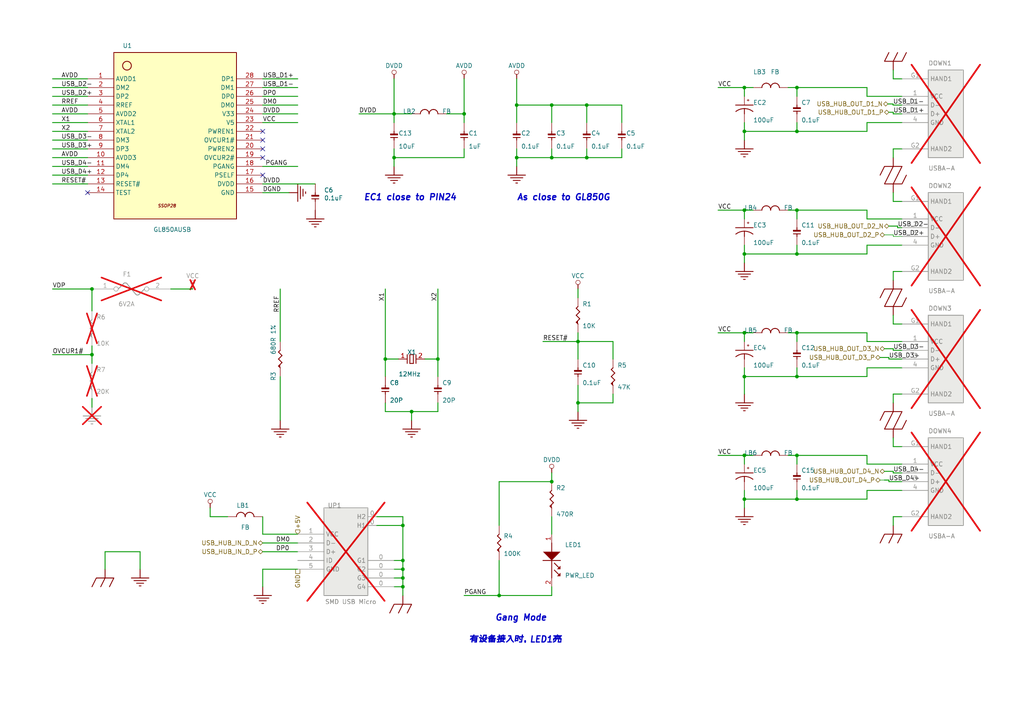
<source format=kicad_sch>
(kicad_sch (version 20231120) (generator "eeschema") (generator_version "8.0")
  (paper "A4")
  (lib_symbols
    (symbol "GL850G-USB2.0-HUB-altium-import:AVDD_CIRCLE" (power)
      (property "Reference" "#PWR" (at 0 0 0))
      (property "Value" "AVDD" (at 0 3.81 0))
      (symbol "AVDD_CIRCLE_0_0"
        (circle (center 0 -1.905) (radius 0.635) (stroke (width 0.127)))
        (polyline (pts (xy 0 0) (xy 0 -1.27)) (stroke (width 0.254)))
        (pin power_in line (at 0 0 0) (length 0) hide (name "AVDD") (number ""))
      )
    )
    (symbol "GL850G-USB2.0-HUB-altium-import:DGND_POWER_GROUND" (power)
      (property "Reference" "#PWR" (at 0 0 0))
      (property "Value" "DGND" (at 0 6.35 0))
      (symbol "DGND_POWER_GROUND_0_0"
        (polyline (pts (xy -2.54 -2.54) (xy 2.54 -2.54)) (stroke (width 0.254)))
        (polyline (pts (xy -1.778 -3.302) (xy 1.778 -3.302)) (stroke (width 0.254)))
        (polyline (pts (xy -1.016 -4.064) (xy 1.016 -4.064)) (stroke (width 0.254)))
        (polyline (pts (xy -0.254 -4.826) (xy 0.254 -4.826)) (stroke (width 0.254)))
        (polyline (pts (xy 0 0) (xy 0 -2.54)) (stroke (width 0.254)))
        (pin power_in line (at 0 0 0) (length 0) hide (name "DGND") (number ""))
      )
    )
    (symbol "GL850G-USB2.0-HUB-altium-import:DVDD_CIRCLE" (power)
      (property "Reference" "#PWR" (at 0 0 0))
      (property "Value" "DVDD" (at 0 3.81 0))
      (symbol "DVDD_CIRCLE_0_0"
        (circle (center 0 -1.905) (radius 0.635) (stroke (width 0.127)))
        (polyline (pts (xy 0 0) (xy 0 -1.27)) (stroke (width 0.254)))
        (pin power_in line (at 0 0 0) (length 0) hide (name "DVDD") (number ""))
      )
    )
    (symbol "GL850G-USB2.0-HUB-altium-import:EGND_EARTH" (power)
      (property "Reference" "#PWR" (at 0 0 0))
      (property "Value" "EGND" (at 0 6.35 0))
      (symbol "EGND_EARTH_0_0"
        (polyline (pts (xy 0 -2.54) (xy -1.27 -5.08)) (stroke (width 0.254)))
        (polyline (pts (xy 0 0) (xy 0 -2.54)) (stroke (width 0.254)))
        (polyline (pts (xy -3.81 -5.08) (xy -2.54 -2.54) (xy 2.54 -2.54) (xy 1.27 -5.08)) (stroke (width 0.254)))
        (pin power_in line (at 0 0 0) (length 0) hide (name "EGND") (number ""))
      )
    )
    (symbol "GL850G-USB2.0-HUB-altium-import:VCC_CIRCLE" (power)
      (property "Reference" "#PWR" (at 0 0 0))
      (property "Value" "VCC" (at 0 3.81 0))
      (symbol "VCC_CIRCLE_0_0"
        (circle (center 0 -1.905) (radius 0.635) (stroke (width 0.127)))
        (polyline (pts (xy 0 0) (xy 0 -1.27)) (stroke (width 0.254)))
        (pin power_in line (at 0 0 0) (length 0) hide (name "VCC") (number ""))
      )
    )
    (symbol "GL850G-USB2.0-HUB-altium-import:root_0_C-0603"
      (symbol "root_0_C-0603_1_0"
        (polyline (pts (xy 1.524 -1.778) (xy 3.556 -1.778)) (stroke (width 0.254)))
        (polyline (pts (xy 2.54 -1.778) (xy 2.54 -2.54)) (stroke (width 0.254)))
        (polyline (pts (xy 2.54 -0.762) (xy 2.54 0)) (stroke (width 0.254)))
        (rectangle (start 3.556 -0.762) (end 1.524 -1.016) (stroke (width 0.254) (color 128 0 0 1)) (fill (type background)))
        (pin passive line (at 2.54 -5.08 90) (length 2.54) (name "1") (number "1"))
        (pin passive line (at 2.54 2.54 270) (length 2.54) (name "2") (number "2"))
      )
    )
    (symbol "GL850G-USB2.0-HUB-altium-import:root_0_CE-100UF/16V"
      (symbol "root_0_CE-100UF/16V_1_0"
        (polyline (pts (xy 0 0) (xy 5.08 0)) (stroke (width 0.254)))
        (polyline (pts (xy 2.54 -1.016) (xy 2.54 -2.54)) (stroke (width 0.254)))
        (arc (start 2.54 -1.016) (mid 1.2313 -1.2325) (end 0.0621 -1.8588) (stroke (width 0.254)))
        (arc (start 5.0179 -1.8588) (mid 3.8487 -1.2325) (end 2.54 -1.016) (stroke (width 0.254)))
        (text "+" (at 3.048 1.016 0) (effects (font (size 0.762 0.762) (bold yes)) (justify left bottom)))
        (pin passive line (at 2.54 2.54 270) (length 2.54) (name "1") (number "1"))
        (pin passive line (at 2.54 -5.08 90) (length 2.54) (name "2") (number "2"))
      )
    )
    (symbol "GL850G-USB2.0-HUB-altium-import:root_0_FS-A_0"
      (symbol "root_0_FS-A_0_1_0"
        (polyline (pts (xy 0 -2.54) (xy 1.524 -1.016)) (stroke (width 0.254)))
        (polyline (pts (xy 5.08 -4.064) (xy 2.54 -1.016)) (stroke (width 0.254)))
        (polyline (pts (xy 6.096 -4.064) (xy 7.62 -2.54)) (stroke (width 0.254)))
        (arc (start 2.032 -0.762) (mid 1.7404 -0.82) (end 1.4932 -0.9852) (stroke (width 0.254)))
        (arc (start 2.5708 -0.9852) (mid 2.3236 -0.82) (end 2.032 -0.762) (stroke (width 0.254)))
        (arc (start 5.1336 -4.0372) (mid 5.3209 -4.2422) (end 5.588 -4.318) (stroke (width 0.254)))
        (arc (start 5.588 -4.318) (mid 5.8551 -4.2421) (end 6.0424 -4.0372) (stroke (width 0.254)))
        (pin passive inverted (at -7.62 -2.54 0) (length 7.62) (name "1") (number "1"))
        (pin passive inverted (at 15.24 -2.54 180) (length 7.62) (name "2") (number "2"))
      )
    )
    (symbol "GL850G-USB2.0-HUB-altium-import:root_0_GLI8024-48_3"
      (symbol "root_0_GLI8024-48_3_1_0"
        (circle (center 3.81 -3.81) (radius 1.27) (stroke (width 0.254)))
        (rectangle (start 35.56 0) (end 0 -48.26) (stroke (width 0.254) (color 128 0 0 1)) (fill (type background)))
        (text "SSOP28" (at 12.7 -44.958 0) (effects (font (size 0.889 0.889) (italic yes)) (justify left bottom)))
        (pin passive line (at -7.62 -7.62 0) (length 7.62) (name "AVDD1") (number "1"))
        (pin passive line (at -7.62 -30.48 0) (length 7.62) (name "AVDD3") (number "10"))
        (pin passive line (at -7.62 -33.02 0) (length 7.62) (name "DM4") (number "11"))
        (pin passive line (at -7.62 -35.56 0) (length 7.62) (name "DP4") (number "12"))
        (pin passive line (at -7.62 -38.1 0) (length 7.62) (name "RESET#") (number "13"))
        (pin passive line (at -7.62 -40.64 0) (length 7.62) (name "TEST") (number "14"))
        (pin passive line (at 43.18 -40.64 180) (length 7.62) (name "GND") (number "15"))
        (pin passive line (at 43.18 -38.1 180) (length 7.62) (name "DVDD") (number "16"))
        (pin passive line (at 43.18 -35.56 180) (length 7.62) (name "PSELF") (number "17"))
        (pin passive line (at 43.18 -33.02 180) (length 7.62) (name "PGANG") (number "18"))
        (pin passive line (at 43.18 -30.48 180) (length 7.62) (name "OVCUR2#") (number "19"))
        (pin passive line (at -7.62 -10.16 0) (length 7.62) (name "DM2") (number "2"))
        (pin passive line (at 43.18 -27.94 180) (length 7.62) (name "PWREN2") (number "20"))
        (pin passive line (at 43.18 -25.4 180) (length 7.62) (name "OVCUR1#") (number "21"))
        (pin passive line (at 43.18 -22.86 180) (length 7.62) (name "PWREN1") (number "22"))
        (pin passive line (at 43.18 -20.32 180) (length 7.62) (name "V5") (number "23"))
        (pin passive line (at 43.18 -17.78 180) (length 7.62) (name "V33") (number "24"))
        (pin passive line (at 43.18 -15.24 180) (length 7.62) (name "DM0") (number "25"))
        (pin passive line (at 43.18 -12.7 180) (length 7.62) (name "DP0") (number "26"))
        (pin passive line (at 43.18 -10.16 180) (length 7.62) (name "DM1") (number "27"))
        (pin passive line (at 43.18 -7.62 180) (length 7.62) (name "DP1") (number "28"))
        (pin passive line (at -7.62 -12.7 0) (length 7.62) (name "DP2") (number "3"))
        (pin passive line (at -7.62 -15.24 0) (length 7.62) (name "RREF") (number "4"))
        (pin passive line (at -7.62 -17.78 0) (length 7.62) (name "AVDD2") (number "5"))
        (pin passive line (at -7.62 -20.32 0) (length 7.62) (name "XTAL1") (number "6"))
        (pin passive line (at -7.62 -22.86 0) (length 7.62) (name "XTAL2") (number "7"))
        (pin passive line (at -7.62 -25.4 0) (length 7.62) (name "DM3") (number "8"))
        (pin passive line (at -7.62 -27.94 0) (length 7.62) (name "DP3") (number "9"))
      )
    )
    (symbol "GL850G-USB2.0-HUB-altium-import:root_0_USBA-A"
      (symbol "root_0_USBA-A_1_0"
        (rectangle (start 10.16 0) (end 0 -25.4) (stroke (width 0.254) (color 128 0 0 1)) (fill (type background)))
        (pin passive line (at -7.62 -7.62 0) (length 7.62) (name "VCC") (number "1"))
        (pin passive line (at -7.62 -10.16 0) (length 7.62) (name "D-") (number "2"))
        (pin passive line (at -7.62 -12.7 0) (length 7.62) (name "D+") (number "3"))
        (pin passive line (at -7.62 -15.24 0) (length 7.62) (name "GND") (number "4"))
        (pin passive line (at -7.62 -2.54 0) (length 7.62) (name "HAND1") (number "G1"))
        (pin passive line (at -7.62 -22.86 0) (length 7.62) (name "HAND2") (number "G2"))
      )
    )
    (symbol "GL850G-USB2.0-HUB-altium-import:root_0_XD-49US-A"
      (symbol "root_0_XD-49US-A_1_0"
        (polyline (pts (xy 0 -1.27) (xy 0 -3.81)) (stroke (width 0.254)))
        (polyline (pts (xy 0.762 -3.81) (xy 0.762 -1.27)) (stroke (width 0.254)))
        (polyline (pts (xy 0.762 -1.27) (xy 1.778 -1.27)) (stroke (width 0.254)))
        (polyline (pts (xy 1.778 -3.81) (xy 0.762 -3.81)) (stroke (width 0.254)))
        (polyline (pts (xy 1.778 -1.27) (xy 1.778 -3.81)) (stroke (width 0.254)))
        (polyline (pts (xy 2.54 -1.27) (xy 2.54 -3.81)) (stroke (width 0.254)))
        (pin passive line (at -2.54 -2.54 0) (length 2.54) (name "1") (number "1"))
        (pin passive line (at 5.08 -2.54 180) (length 2.54) (name "2") (number "2"))
      )
    )
    (symbol "GL850G-USB2.0-HUB-altium-import:root_1_FB-0805"
      (symbol "root_1_FB-0805_1_0"
        (arc (start 1.27 1.27) (mid 0.372 0.898) (end 0 0) (stroke (width 0.254)))
        (arc (start 2.54 0) (mid 2.168 0.898) (end 1.27 1.27) (stroke (width 0.254)))
        (arc (start 3.81 1.27) (mid 2.912 0.898) (end 2.54 0) (stroke (width 0.254)))
        (arc (start 5.08 0) (mid 4.708 0.898) (end 3.81 1.27) (stroke (width 0.254)))
        (pin passive line (at 7.62 0 180) (length 2.54) (name "1") (number "1"))
        (pin passive line (at -2.54 0 0) (length 2.54) (name "2") (number "2"))
      )
    )
    (symbol "GL850G-USB2.0-HUB-altium-import:root_1_R-0603"
      (symbol "root_1_R-0603_1_0"
        (polyline (pts (xy 2.032 0.508) (xy 3.048 1.524)) (stroke (width 0.254)))
        (polyline (pts (xy 2.032 2.54) (xy 3.048 3.556)) (stroke (width 0.254)))
        (polyline (pts (xy 2.032 4.572) (xy 2.54 5.08)) (stroke (width 0.254)))
        (polyline (pts (xy 2.54 0) (xy 2.032 0.508)) (stroke (width 0.254)))
        (polyline (pts (xy 3.048 1.524) (xy 2.032 2.54)) (stroke (width 0.254)))
        (polyline (pts (xy 3.048 3.556) (xy 2.032 4.572)) (stroke (width 0.254)))
        (polyline (pts (xy 2.54 1.016) (xy 2.032 0.508) (xy 2.54 0) (xy 2.54 1.016) (xy 2.032 0.508) (xy 2.54 1.016)) (stroke (width -0.0001)) (fill (type outline)))
        (pin passive line (at 2.54 -2.54 90) (length 2.54) (name "1") (number "1"))
        (pin passive line (at 2.54 7.62 270) (length 2.54) (name "2") (number "2"))
      )
    )
    (symbol "GL850G-USB2.0-HUB-altium-import:root_1_R-0603 1%"
      (symbol "root_1_R-0603 1%_1_0"
        (polyline (pts (xy 2.032 0.508) (xy 3.048 1.524)) (stroke (width 0.254)))
        (polyline (pts (xy 2.032 2.54) (xy 3.048 3.556)) (stroke (width 0.254)))
        (polyline (pts (xy 2.032 4.572) (xy 2.54 5.08)) (stroke (width 0.254)))
        (polyline (pts (xy 2.54 0) (xy 2.032 0.508)) (stroke (width 0.254)))
        (polyline (pts (xy 3.048 1.524) (xy 2.032 2.54)) (stroke (width 0.254)))
        (polyline (pts (xy 3.048 3.556) (xy 2.032 4.572)) (stroke (width 0.254)))
        (polyline (pts (xy 2.54 1.016) (xy 2.032 0.508) (xy 2.54 0) (xy 2.54 1.016) (xy 2.032 0.508) (xy 2.54 1.016)) (stroke (width -0.0001)) (fill (type outline)))
        (pin passive line (at 2.54 -2.54 90) (length 2.54) (name "1") (number "1"))
        (pin passive line (at 2.54 7.62 270) (length 2.54) (name "2") (number "2"))
      )
    )
    (symbol "GL850G-USB2.0-HUB-altium-import:root_2_mirrored_CNS-USBminiAB-A"
      (symbol "root_2_mirrored_CNS-USBminiAB-A_1_0"
        (rectangle (start 12.7 25.4) (end 0 0) (stroke (width 0.254) (color 128 0 0 1)) (fill (type background)))
        (pin passive line (at 20.32 10.16 180) (length 7.62) (name "G1") (number "0"))
        (pin passive line (at 20.32 7.62 180) (length 7.62) (name "G2") (number "0"))
        (pin passive line (at 20.32 5.08 180) (length 7.62) (name "G3") (number "0"))
        (pin passive line (at 20.32 2.54 180) (length 7.62) (name "G4") (number "0"))
        (pin passive line (at 15.24 20.32 180) (length 2.54) (name "H1") (number "0"))
        (pin passive line (at 15.24 22.86 180) (length 2.54) (name "H2") (number "0"))
        (pin passive line (at -7.62 17.78 0) (length 7.62) (name "VCC") (number "1"))
        (pin passive line (at -7.62 15.24 0) (length 7.62) (name "D-") (number "2"))
        (pin passive line (at -7.62 12.7 0) (length 7.62) (name "D+") (number "3"))
        (pin passive line (at -7.62 10.16 0) (length 7.62) (name "ID") (number "4"))
        (pin passive line (at -7.62 7.62 0) (length 7.62) (name "GND") (number "5"))
      )
    )
    (symbol "GL850G-USB2.0-HUB-altium-import:root_3_LED-3mm_0"
      (symbol "root_3_LED-3mm_0_1_0"
        (polyline (pts (xy -2.54 -5.08) (xy -2.54 -10.16)) (stroke (width 0.254)))
        (polyline (pts (xy -2.54 0) (xy -2.54 -2.54)) (stroke (width 0.254)))
        (polyline (pts (xy -0.508 -9.144) (xy -1.778 -7.874)) (stroke (width 0.254)))
        (polyline (pts (xy -0.508 -7.112) (xy -1.778 -5.842)) (stroke (width 0.254)))
        (polyline (pts (xy 0 -5.08) (xy -5.08 -5.08)) (stroke (width 0.254)))
        (polyline (pts (xy 0 -9.652) (xy 0 -8.636) (xy -1.016 -9.652) (xy 0 -9.652) (xy 0 -9.652)) (stroke (width -0.0001)) (fill (type outline)))
        (polyline (pts (xy 0 -6.604) (xy 0 -7.62) (xy -1.016 -7.62) (xy 0 -6.604) (xy 0 -6.604)) (stroke (width -0.0001)) (fill (type outline)))
        (polyline (pts (xy 0 -2.54) (xy -5.08 -2.54) (xy -2.54 -5.08) (xy 0 -2.54) (xy 0 -2.54)) (stroke (width -0.0001)) (fill (type outline)))
        (pin passive line (at -2.54 2.54 270) (length 2.54) (name "1") (number "1"))
        (pin passive line (at -2.54 -12.7 90) (length 2.54) (name "2") (number "2"))
      )
    )
  )
  (junction (at 215.9 73.66))
  (junction (at 231.14 73.66))
  (junction (at 231.14 60.96))
  (junction (at 127 104.14))
  (junction (at 149.86 30.48))
  (junction (at 170.18 30.48))
  (junction (at 160.02 30.48))
  (junction (at 160.02 45.72))
  (junction (at 167.64 116.84))
  (junction (at 231.14 38.1))
  (junction (at 170.18 45.72))
  (junction (at 114.3 45.72))
  (junction (at 26.67 102.87))
  (junction (at 160.02 139.7))
  (junction (at 215.9 60.96))
  (junction (at 215.9 144.78))
  (junction (at 215.9 96.52))
  (junction (at 215.9 25.4))
  (junction (at 231.14 144.78))
  (junction (at 116.84 165.1))
  (junction (at 116.84 167.64))
  (junction (at 134.62 33.02))
  (junction (at 167.64 99.06))
  (junction (at 149.86 45.72))
  (junction (at 119.38 119.38))
  (junction (at 215.9 132.08))
  (junction (at 231.14 25.4))
  (junction (at 114.3 33.02))
  (junction (at 144.78 172.72))
  (junction (at 111.76 104.14))
  (junction (at 116.84 152.4))
  (junction (at 26.67 83.82))
  (junction (at 116.84 162.56))
  (junction (at 231.14 132.08))
  (junction (at 231.14 109.22))
  (junction (at 231.14 96.52))
  (junction (at 215.9 38.1))
  (junction (at 215.9 109.22))
  (junction (at 116.84 170.18))
  (no_connect (at 76.2 38.1))
  (no_connect (at 76.2 50.8))
  (no_connect (at 76.2 43.18))
  (no_connect (at 76.2 45.72))
  (no_connect (at 76.2 40.64))
  (no_connect (at 25.4 55.88))
  (wire (pts (xy 66.04 149.86) (xy 60.96 149.86)) (stroke (width 0.254)))
  (wire (pts (xy 231.14 73.66) (xy 231.14 71.12)) (stroke (width 0.254)))
  (wire (pts (xy 208.28 96.52) (xy 215.9 96.52)) (stroke (width 0.254)))
  (wire (pts (xy 116.84 170.18) (xy 116.84 167.64)) (stroke (width 0.254)))
  (wire (pts (xy 231.14 134.62) (xy 231.14 132.08)) (stroke (width 0.254)))
  (wire (pts (xy 231.14 144.78) (xy 231.14 142.24)) (stroke (width 0.254)))
  (wire (pts (xy 259.08 33.02) (xy 261.62 33.02)) (stroke (width 0.254)))
  (wire (pts (xy 76.2 154.94) (xy 76.2 149.86)) (stroke (width 0.254)))
  (wire (pts (xy 259.08 136.7028) (xy 256.54 136.7028)) (stroke (width 0.254)))
  (wire (pts (xy 25.4 38.1) (xy 15.24 38.1)) (stroke (width 0.254)))
  (wire (pts (xy 170.18 45.72) (xy 170.18 43.18)) (stroke (width 0.254)))
  (wire (pts (xy 259.08 81.28) (xy 259.08 78.74)) (stroke (width 0.254)))
  (wire (pts (xy 127 109.22) (xy 127 104.14)) (stroke (width 0.254)))
  (wire (pts (xy 231.14 109.22) (xy 231.14 106.68)) (stroke (width 0.254)))
  (wire (pts (xy 170.18 35.56) (xy 170.18 30.48)) (stroke (width 0.254)))
  (wire (pts (xy 215.9 25.4) (xy 218.44 25.4)) (stroke (width 0.254)))
  (wire (pts (xy 144.78 152.4) (xy 144.78 139.7)) (stroke (width 0.254)))
  (wire (pts (xy 180.34 35.56) (xy 180.34 30.48)) (stroke (width 0.254)))
  (wire (pts (xy 81.28 121.92) (xy 81.28 109.22)) (stroke (width 0.254)))
  (wire (pts (xy 259.08 137.16) (xy 261.62 137.16)) (stroke (width 0.254)))
  (wire (pts (xy 86.36 157.48) (xy 76.2 157.48)) (stroke (width 0.254)))
  (wire (pts (xy 167.64 119.38) (xy 167.64 116.84)) (stroke (width 0.254)))
  (wire (pts (xy 144.78 172.72) (xy 160.02 172.72)) (stroke (width 0.254)))
  (wire (pts (xy 25.4 53.34) (xy 15.24 53.34)) (stroke (width 0.254)))
  (wire (pts (xy 116.84 167.64) (xy 114.3 167.64)) (stroke (width 0.254)))
  (wire (pts (xy 170.18 45.72) (xy 180.34 45.72)) (stroke (width 0.254)))
  (wire (pts (xy 259.0178 30.48) (xy 261.62 30.48)) (stroke (width 0.254)))
  (wire (pts (xy 259.08 32.5628) (xy 259.08 33.02)) (stroke (width 0.254)))
  (wire (pts (xy 25.4 40.64) (xy 15.24 40.64)) (stroke (width 0.254)))
  (wire (pts (xy 231.14 73.66) (xy 251.46 73.66)) (stroke (width 0.254)))
  (wire (pts (xy 251.46 60.96) (xy 231.14 60.96)) (stroke (width 0.254)))
  (wire (pts (xy 25.4 27.94) (xy 15.24 27.94)) (stroke (width 0.254)))
  (wire (pts (xy 149.86 45.72) (xy 149.86 43.18)) (stroke (width 0.254)))
  (wire (pts (xy 259.08 114.3) (xy 261.62 114.3)) (stroke (width 0.254)))
  (wire (pts (xy 114.3 33.02) (xy 114.3 22.86)) (stroke (width 0.254)))
  (wire (pts (xy 167.64 104.14) (xy 167.64 99.06)) (stroke (width 0.254)))
  (wire (pts (xy 116.84 165.1) (xy 114.3 165.1)) (stroke (width 0.254)))
  (wire (pts (xy 215.9 132.08) (xy 215.9 134.62)) (stroke (width 0.254)))
  (wire (pts (xy 25.4 48.26) (xy 15.24 48.26)) (stroke (width 0.254)))
  (wire (pts (xy 215.9 109.22) (xy 215.9 106.68)) (stroke (width 0.254)))
  (wire (pts (xy 259.08 93.98) (xy 259.08 91.44)) (stroke (width 0.254)))
  (wire (pts (xy 215.9 76.2) (xy 215.9 73.66)) (stroke (width 0.254)))
  (wire (pts (xy 114.3 33.02) (xy 119.38 33.02)) (stroke (width 0.254)))
  (wire (pts (xy 231.14 99.06) (xy 231.14 96.52)) (stroke (width 0.254)))
  (wire (pts (xy 25.4 43.18) (xy 15.24 43.18)) (stroke (width 0.254)))
  (wire (pts (xy 180.34 30.48) (xy 170.18 30.48)) (stroke (width 0.254)))
  (wire (pts (xy 134.62 45.72) (xy 114.3 45.72)) (stroke (width 0.254)))
  (wire (pts (xy 260.35 65.5828) (xy 260.35 66.04)) (stroke (width 0.254)))
  (wire (pts (xy 180.34 45.72) (xy 180.34 43.18)) (stroke (width 0.254)))
  (wire (pts (xy 127 104.14) (xy 127 83.82)) (stroke (width 0.254)))
  (wire (pts (xy 26.67 105.41) (xy 26.67 102.87)) (stroke (width 0.254)))
  (wire (pts (xy 231.14 63.5) (xy 231.14 60.96)) (stroke (width 0.254)))
  (wire (pts (xy 157.48 99.06) (xy 167.64 99.06)) (stroke (width 0.254)))
  (wire (pts (xy 231.14 25.4) (xy 251.46 25.4)) (stroke (width 0.254)))
  (wire (pts (xy 251.46 142.24) (xy 261.62 142.24)) (stroke (width 0.254)))
  (wire (pts (xy 259.0178 30.1416) (xy 257.5289 30.1416)) (stroke (width 0.254)))
  (wire (pts (xy 76.2 165.1) (xy 76.2 170.18)) (stroke (width 0.254)))
  (wire (pts (xy 215.9 63.5) (xy 215.9 60.96)) (stroke (width 0.254)))
  (wire (pts (xy 215.9 38.1) (xy 231.14 38.1)) (stroke (width 0.254)))
  (wire (pts (xy 231.14 27.94) (xy 231.14 25.4)) (stroke (width 0.254)))
  (wire (pts (xy 86.36 160.02) (xy 76.2 160.02)) (stroke (width 0.254)))
  (wire (pts (xy 215.9 73.66) (xy 231.14 73.66)) (stroke (width 0.254)))
  (wire (pts (xy 257.81 103.6828) (xy 257.81 104.14)) (stroke (width 0.254)))
  (wire (pts (xy 144.78 139.7) (xy 160.02 139.7)) (stroke (width 0.254)))
  (wire (pts (xy 259.08 136.7028) (xy 259.08 137.16)) (stroke (width 0.254)))
  (wire (pts (xy 134.62 33.02) (xy 134.62 22.86)) (stroke (width 0.254)))
  (wire (pts (xy 251.46 38.1) (xy 251.46 35.56)) (stroke (width 0.254)))
  (wire (pts (xy 160.02 30.48) (xy 149.86 30.48)) (stroke (width 0.254)))
  (wire (pts (xy 251.46 134.62) (xy 261.62 134.62)) (stroke (width 0.254)))
  (wire (pts (xy 26.67 102.87) (xy 26.67 100.33)) (stroke (width 0.254)))
  (wire (pts (xy 114.3 45.72) (xy 114.3 43.18)) (stroke (width 0.254)))
  (wire (pts (xy 228.6 25.4) (xy 231.14 25.4)) (stroke (width 0.254)))
  (wire (pts (xy 251.46 99.06) (xy 251.46 96.52)) (stroke (width 0.254)))
  (wire (pts (xy 251.46 73.66) (xy 251.46 71.12)) (stroke (width 0.254)))
  (wire (pts (xy 231.14 60.96) (xy 228.6 60.96)) (stroke (width 0.254)))
  (wire (pts (xy 111.76 109.22) (xy 111.76 104.14)) (stroke (width 0.254)))
  (wire (pts (xy 261.62 58.42) (xy 259.08 58.42)) (stroke (width 0.254)))
  (wire (pts (xy 215.9 38.1) (xy 215.9 35.56)) (stroke (width 0.254)))
  (wire (pts (xy 215.9 73.66) (xy 215.9 71.12)) (stroke (width 0.254)))
  (wire (pts (xy 255.27 103.6828) (xy 257.81 103.6828)) (stroke (width 0.254)))
  (wire (pts (xy 215.9 114.3) (xy 215.9 109.22)) (stroke (width 0.254)))
  (wire (pts (xy 215.9 40.64) (xy 215.9 38.1)) (stroke (width 0.254)))
  (wire (pts (xy 114.3 48.26) (xy 114.3 45.72)) (stroke (width 0.254)))
  (wire (pts (xy 167.64 99.06) (xy 167.64 96.52)) (stroke (width 0.254)))
  (wire (pts (xy 261.62 22.86) (xy 259.08 22.86)) (stroke (width 0.254)))
  (wire (pts (xy 259.08 101.1428) (xy 256.54 101.1428)) (stroke (width 0.254)))
  (wire (pts (xy 86.36 22.86) (xy 76.2 22.86)) (stroke (width 0.254)))
  (wire (pts (xy 259.08 43.18) (xy 259.08 45.72)) (stroke (width 0.254)))
  (wire (pts (xy 215.9 99.06) (xy 215.9 96.52)) (stroke (width 0.254)))
  (wire (pts (xy 119.38 121.92) (xy 119.38 119.38)) (stroke (width 0.254)))
  (wire (pts (xy 25.4 33.02) (xy 15.24 33.02)) (stroke (width 0.254)))
  (wire (pts (xy 86.36 25.4) (xy 76.2 25.4)) (stroke (width 0.254)))
  (wire (pts (xy 231.14 38.1) (xy 251.46 38.1)) (stroke (width 0.254)))
  (wire (pts (xy 116.84 165.1) (xy 116.84 162.56)) (stroke (width 0.254)))
  (wire (pts (xy 25.4 30.48) (xy 15.24 30.48)) (stroke (width 0.254)))
  (wire (pts (xy 134.62 33.02) (xy 129.54 33.02)) (stroke (width 0.254)))
  (wire (pts (xy 251.46 144.78) (xy 251.46 142.24)) (stroke (width 0.254)))
  (wire (pts (xy 109.22 149.86) (xy 116.84 149.86)) (stroke (width 0.254)))
  (wire (pts (xy 160.02 139.7) (xy 160.02 137.16)) (stroke (width 0.254)))
  (wire (pts (xy 30.48 160.02) (xy 30.48 165.1)) (stroke (width 0.254)))
  (wire (pts (xy 83.82 55.88) (xy 76.2 55.88)) (stroke (width 0.254)))
  (wire (pts (xy 149.86 22.86) (xy 149.86 30.48)) (stroke (width 0.254)))
  (wire (pts (xy 231.14 144.78) (xy 251.46 144.78)) (stroke (width 0.254)))
  (wire (pts (xy 215.9 144.78) (xy 231.14 144.78)) (stroke (width 0.254)))
  (wire (pts (xy 261.62 99.06) (xy 251.46 99.06)) (stroke (width 0.254)))
  (wire (pts (xy 111.76 104.14) (xy 111.76 83.82)) (stroke (width 0.254)))
  (wire (pts (xy 40.64 160.02) (xy 30.48 160.02)) (stroke (width 0.254)))
  (wire (pts (xy 111.76 119.38) (xy 111.76 116.84)) (stroke (width 0.254)))
  (wire (pts (xy 177.8 99.06) (xy 177.8 104.14)) (stroke (width 0.254)))
  (wire (pts (xy 160.02 172.72) (xy 160.02 170.18)) (stroke (width 0.254)))
  (wire (pts (xy 259.08 152.4) (xy 259.08 149.86)) (stroke (width 0.254)))
  (wire (pts (xy 261.62 63.5) (xy 251.46 63.5)) (stroke (width 0.254)))
  (wire (pts (xy 116.84 149.86) (xy 116.84 152.4)) (stroke (width 0.254)))
  (wire (pts (xy 259.08 68.1228) (xy 259.08 68.58)))
  (wire (pts (xy 104.14 33.02) (xy 114.3 33.02)) (stroke (width 0.254)))
  (wire (pts (xy 160.02 45.72) (xy 170.18 45.72)) (stroke (width 0.254)))
  (wire (pts (xy 149.86 30.48) (xy 149.86 35.56)) (stroke (width 0.254)))
  (wire (pts (xy 257.81 104.14) (xy 261.62 104.14)) (stroke (width 0.254)))
  (wire (pts (xy 26.67 118.11) (xy 26.67 115.57)) (stroke (width 0.254)))
  (wire (pts (xy 86.36 154.94) (xy 76.2 154.94)) (stroke (width 0.254)))
  (wire (pts (xy 260.35 65.5828) (xy 257.81 65.5828)) (stroke (width 0.254)))
  (wire (pts (xy 259.08 58.42) (xy 259.08 55.88)) (stroke (width 0.254)))
  (wire (pts (xy 251.46 27.94) (xy 261.62 27.94)) (stroke (width 0.254)))
  (wire (pts (xy 86.36 27.94) (xy 76.2 27.94)) (stroke (width 0.254)))
  (wire (pts (xy 259.08 101.1428) (xy 259.08 101.6)) (stroke (width 0.254)))
  (wire (pts (xy 119.38 119.38) (xy 111.76 119.38)) (stroke (width 0.254)))
  (wire (pts (xy 251.46 96.52) (xy 231.14 96.52)) (stroke (width 0.254)))
  (wire (pts (xy 260.35 66.04) (xy 261.62 66.04)) (stroke (width 0.254)))
  (wire (pts (xy 40.64 165.1) (xy 40.64 160.02)) (stroke (width 0.254)))
  (wire (pts (xy 177.8 116.84) (xy 177.8 114.3)) (stroke (width 0.254)))
  (wire (pts (xy 134.62 43.18) (xy 134.62 45.72)) (stroke (width 0.254)))
  (wire (pts (xy 160.02 45.72) (xy 160.02 43.18)) (stroke (width 0.254)))
  (wire (pts (xy 127 119.38) (xy 119.38 119.38)) (stroke (width 0.254)))
  (wire (pts (xy 261.62 129.54) (xy 259.08 129.54)) (stroke (width 0.254)))
  (wire (pts (xy 149.86 48.26) (xy 149.86 45.72)) (stroke (width 0.254)))
  (wire (pts (xy 259.08 129.54) (xy 259.08 127)) (stroke (width 0.254)))
  (wire (pts (xy 86.36 35.56) (xy 76.2 35.56)) (stroke (width 0.254)))
  (wire (pts (xy 116.84 170.18) (xy 114.3 170.18)) (stroke (width 0.254)))
  (wire (pts (xy 127 116.84) (xy 127 119.38)) (stroke (width 0.254)))
  (wire (pts (xy 231.14 132.08) (xy 251.46 132.08)) (stroke (width 0.254)))
  (wire (pts (xy 257.81 139.7) (xy 261.62 139.7)) (stroke (width 0.254)))
  (wire (pts (xy 257.81 139.2428) (xy 257.81 139.7)) (stroke (width 0.254)))
  (wire (pts (xy 127 104.14) (xy 123.19 104.14)) (stroke (width 0.254)))
  (wire (pts (xy 167.64 86.36) (xy 167.64 83.82)) (stroke (width 0.254)))
  (wire (pts (xy 251.46 35.56) (xy 261.62 35.56)) (stroke (width 0.254)))
  (wire (pts (xy 259.08 149.86) (xy 261.62 149.86)) (stroke (width 0.254)))
  (wire (pts (xy 259.08 78.74) (xy 261.62 78.74)) (stroke (width 0.254)))
  (wire (pts (xy 86.36 165.1) (xy 76.2 165.1)) (stroke (width 0.254)))
  (wire (pts (xy 215.9 60.96) (xy 218.44 60.96)) (stroke (width 0.254)))
  (wire (pts (xy 255.27 139.2428) (xy 256.54 139.2428)))
  (wire (pts (xy 261.62 43.18) (xy 259.08 43.18)) (stroke (width 0.254)))
  (wire (pts (xy 25.4 25.4) (xy 15.24 25.4)) (stroke (width 0.254)))
  (wire (pts (xy 91.44 53.34) (xy 76.2 53.34)) (stroke (width 0.254)))
  (wire (pts (xy 167.64 116.84) (xy 177.8 116.84)) (stroke (width 0.254)))
  (wire (pts (xy 215.9 147.32) (xy 215.9 144.78)) (stroke (width 0.254)))
  (wire (pts (xy 259.0178 30.1416) (xy 259.0178 30.48)) (stroke (width 0.254)))
  (wire (pts (xy 215.9 132.08) (xy 218.44 132.08)) (stroke (width 0.254)))
  (wire (pts (xy 259.08 116.84) (xy 259.08 114.3)) (stroke (width 0.254)))
  (wire (pts (xy 215.9 27.94) (xy 215.9 25.4)) (stroke (width 0.254)))
  (wire (pts (xy 251.46 25.4) (xy 251.46 27.94)) (stroke (width 0.254)))
  (wire (pts (xy 134.62 172.72) (xy 144.78 172.72)) (stroke (width 0.254)))
  (wire (pts (xy 15.24 22.86) (xy 25.4 22.86)) (stroke (width 0.254)))
  (wire (pts (xy 251.46 106.68) (xy 261.62 106.68)) (stroke (width 0.254)))
  (wire (pts (xy 167.64 116.84) (xy 167.64 111.76)) (stroke (width 0.254)))
  (wire (pts (xy 25.4 45.72) (xy 15.24 45.72)) (stroke (width 0.254)))
  (wire (pts (xy 259.08 68.58) (xy 261.62 68.58)))
  (wire (pts (xy 134.62 35.56) (xy 134.62 33.02)) (stroke (width 0.254)))
  (wire (pts (xy 26.67 90.17) (xy 26.67 83.82)) (stroke (width 0.254)))
  (wire (pts (xy 116.84 152.4) (xy 116.84 162.56)) (stroke (width 0.254)))
  (wire (pts (xy 215.9 144.78) (xy 215.9 142.24)) (stroke (width 0.254)))
  (wire (pts (xy 55.88 83.82) (xy 49.53 83.82)) (stroke (width 0.254)))
  (wire (pts (xy 109.22 152.4) (xy 116.84 152.4)) (stroke (width 0.254)))
  (wire (pts (xy 116.84 162.56) (xy 114.3 162.56)) (stroke (width 0.254)))
  (wire (pts (xy 257.81 139.2428) (xy 256.54 139.2428)) (stroke (width 0.254)))
  (wire (pts (xy 115.57 104.14) (xy 111.76 104.14)) (stroke (width 0.254)))
  (wire (pts (xy 26.67 83.82) (xy 15.24 83.82)) (stroke (width 0.254)))
  (wire (pts (xy 116.84 172.72) (xy 116.84 170.18)) (stroke (width 0.254)))
  (wire (pts (xy 231.14 96.52) (xy 228.6 96.52)) (stroke (width 0.254)))
  (wire (pts (xy 81.28 99.06) (xy 81.28 83.82)) (stroke (width 0.254)))
  (wire (pts (xy 259.08 101.6) (xy 261.62 101.6)) (stroke (width 0.254)))
  (wire (pts (xy 256.54 68.1228) (xy 259.08 68.1228)))
  (wire (pts (xy 208.28 25.4) (xy 215.9 25.4)) (stroke (width 0.254)))
  (wire (pts (xy 26.67 102.87) (xy 15.24 102.87)) (stroke (width 0.254)))
  (wire (pts (xy 60.96 149.86) (xy 60.96 147.32)) (stroke (width 0.254)))
  (wire (pts (xy 167.64 99.06) (xy 177.8 99.06)) (stroke (width 0.254)))
  (wire (pts (xy 86.36 33.02) (xy 76.2 33.02)) (stroke (width 0.254)))
  (wire (pts (xy 231.14 109.22) (xy 251.46 109.22)) (stroke (width 0.254)))
  (wire (pts (xy 228.6 132.08) (xy 231.14 132.08)) (stroke (width 0.254)))
  (wire (pts (xy 261.62 93.98) (xy 259.08 93.98)) (stroke (width 0.254)))
  (wire (pts (xy 251.46 63.5) (xy 251.46 60.96)) (stroke (width 0.254)))
  (wire (pts (xy 170.18 30.48) (xy 160.02 30.48)) (stroke (width 0.254)))
  (wire (pts (xy 25.4 50.8) (xy 15.24 50.8)) (stroke (width 0.254)))
  (wire (pts (xy 231.14 38.1) (xy 231.14 35.56)) (stroke (width 0.254)))
  (wire (pts (xy 208.28 132.08) (xy 215.9 132.08)) (stroke (width 0.254)))
  (wire (pts (xy 251.46 132.08) (xy 251.46 134.62)) (stroke (width 0.254)))
  (wire (pts (xy 149.86 45.72) (xy 160.02 45.72)) (stroke (width 0.254)))
  (wire (pts (xy 160.02 154.94) (xy 160.02 149.86)) (stroke (width 0.254)))
  (wire (pts (xy 251.46 109.22) (xy 251.46 106.68)) (stroke (width 0.254)))
  (wire (pts (xy 144.78 172.72) (xy 144.78 162.56)) (stroke (width 0.254)))
  (wire (pts (xy 160.02 35.56) (xy 160.02 30.48)) (stroke (width 0.254)))
  (wire (pts (xy 25.4 35.56) (xy 15.24 35.56)) (stroke (width 0.254)))
  (wire (pts (xy 114.3 35.56) (xy 114.3 33.02)) (stroke (width 0.254)))
  (wire (pts (xy 86.36 30.48) (xy 76.2 30.48)) (stroke (width 0.254)))
  (wire (pts (xy 259.08 22.86) (xy 259.08 20.32)) (stroke (width 0.254)))
  (wire (pts (xy 208.28 60.96) (xy 215.9 60.96)) (stroke (width 0.254)))
  (wire (pts (xy 259.08 32.5628) (xy 257.81 32.5628)) (stroke (width 0.254)))
  (wire (pts (xy 215.9 109.22) (xy 231.14 109.22)) (stroke (width 0.254)))
  (wire (pts (xy 86.36 48.26) (xy 76.2 48.26)) (stroke (width 0.254)))
  (wire (pts (xy 116.84 167.64) (xy 116.84 165.1)) (stroke (width 0.254)))
  (wire (pts (xy 215.9 96.52) (xy 218.44 96.52)) (stroke (width 0.254)))
  (wire (pts (xy 251.46 71.12) (xy 261.62 71.12)) (stroke (width 0.254)))
  (text "As close to GL850G" (at 149.86 58.42 0) (effects (font (size 1.778 1.778) (bold yes) (italic yes)) (justify left bottom)))
  (text "有设备接入时，LED1亮" (at 135.89 186.69 0) (effects (font (size 1.778 1.778) (bold yes) (italic yes)) (justify left bottom)))
  (text "Gang Mode" (at 143.51 180.34 0) (effects (font (size 1.778 1.778) (bold yes) (italic yes)) (justify left bottom)))
  (text "EC1 close to PIN24" (at 105.41 58.42 0) (effects (font (size 1.778 1.778) (bold yes) (italic yes)) (justify left bottom)))
  (label "VCC" (at 208.28 60.96 0))
  (label "USB_D4+" (at 17.78 50.8 0))
  (label "AVDD" (at 17.78 22.86 0))
  (label "USB_D1-" (at 259.0178 30.48 0))
  (label "VDP" (at 15.24 83.82 0))
  (label "RESET#" (at 17.78 53.34 0))
  (label "USB_D3-" (at 17.78 40.64 0))
  (label "VCC" (at 208.28 132.08 0))
  (label "USB_D4+" (at 257.81 139.7 0))
  (label "DVDD" (at 104.14 33.02 0))
  (label "X1" (at 111.76 87.376 90))
  (label "USB_D2+" (at 17.78 27.94 0))
  (label "VCC" (at 76.2 35.56 0))
  (label "RREF" (at 81.28 90.678 90))
  (label "PGANG" (at 76.962 48.26 0))
  (label "AVDD" (at 17.78 45.72 0))
  (label "USB_D4-" (at 17.78 48.26 0))
  (label "RESET#" (at 157.48 99.06 0))
  (label "X2" (at 127 87.376 90))
  (label "" (at 76.2 157.48 0))
  (label "USB_D1-" (at 76.2 25.4 0))
  (label "X2" (at 17.78 38.1 0))
  (label "RREF" (at 17.78 30.48 0))
  (label "USB_D3+" (at 17.78 43.18 0))
  (label "DVDD" (at 76.2 53.34 0))
  (label "USB_D3-" (at 259.08 101.6 0))
  (label "USB_D2-" (at 17.78 25.4 0))
  (label "USB_D1+" (at 259.08 33.02 0))
  (label "DP0" (at 76.2 27.94 0))
  (label "USB_D4-" (at 259.08 137.16 0))
  (label "AVDD" (at 17.78 33.02 0))
  (label "PGANG" (at 134.62 172.72 0))
  (label "DVDD" (at 76.2 33.02 0))
  (label "DP0" (at 80.01 160.02 0))
  (label "DGND" (at 76.2 55.88 0))
  (label "USB_D1+" (at 76.2 22.86 0))
  (label "VCC" (at 208.28 96.52 0))
  (label "X1" (at 17.78 35.56 0))
  (label "VCC" (at 208.28 25.4 0))
  (label "USB_D2-" (at 260.35 66.04 0))
  (label "DM0" (at 76.2 30.48 0))
  (label "DM0" (at 80.01 157.48 0))
  (label "OVCUR1#" (at 15.24 102.87 0))
  (label "USB_D3+" (at 257.81 104.14 0))
  (label "USB_D2+" (at 259.08 68.58 0))
  (hierarchical_label "USB_HUB_OUT_D2_P" (shape bidirectional) (at 256.54 68.1228 180))
  (hierarchical_label "GND" (shape passive) (at 86.36 165.1 270))
  (hierarchical_label "USB_HUB_OUT_D4_P" (shape bidirectional) (at 255.27 139.2428 180))
  (hierarchical_label "USB_HUB_OUT_D1_P" (shape bidirectional) (at 257.81 32.5628 180))
  (hierarchical_label "USB_HUB_OUT_D4_N" (shape bidirectional) (at 256.54 136.7028 180))
  (hierarchical_label "USB_HUB_OUT_D3_P" (shape bidirectional) (at 255.27 103.6828 180))
  (hierarchical_label "USB_HUB_OUT_D3_N" (shape bidirectional) (at 256.54 101.1428 180))
  (hierarchical_label "USB_HUB_IN_D_N" (shape bidirectional) (at 76.2 157.48 180))
  (hierarchical_label "USB_HUB_OUT_D2_N" (shape bidirectional) (at 257.81 65.5828 180))
  (hierarchical_label "+5V" (shape input) (at 86.36 154.94 90))
  (hierarchical_label "USB_HUB_OUT_D1_N" (shape bidirectional) (at 257.5289 30.1416 180))
  (hierarchical_label "USB_HUB_IN_D_P" (shape bidirectional) (at 76.2 160.02 180))
  (symbol (lib_id "GL850G-USB2.0-HUB-altium-import:root_0_C-0603") (at 88.9 55.88 0) (unit 1)
    (property "Reference" "C6" (at 93.98 55.88 0) (effects (justify left bottom)))
    (property "Value" "0.1uF" (at 93.98 58.166 0) (effects (justify left bottom)))
    (property "Footprint" "Capacitor_SMD:C_0603_1608Metric" (effects (hide yes)))
  )
  (symbol (lib_id "GL850G-USB2.0-HUB-altium-import:root_2_mirrored_CNS-USBminiAB-A") (at 93.98 172.72 0) (unit 1) (in_bom no) (on_board no) (dnp yes)
    (property "Reference" "UP1" (at 99.06 147.32 0) (effects (justify right bottom)))
    (property "Value" "SMD USB Micro" (at 109.22 175.26 0) (effects (justify right bottom)))
    (property "Footprint" "Micro_USB_MK5P" (effects (hide yes)))
  )
  (symbol (lib_id "GL850G-USB2.0-HUB-altium-import:root_0_C-0603") (at 147.32 38.1 0) (unit 1)
    (property "Reference" "C2" (at 151.13 39.37 0) (effects (justify left bottom)))
    (property "Value" "0.1uF" (at 151.13 43.18 0) (effects (justify left bottom)))
    (property "Footprint" "Capacitor_SMD:C_0603_1608Metric" (effects (hide yes)))
  )
  (symbol (lib_id "GL850G-USB2.0-HUB-altium-import:root_0_USBA-A") (at 269.24 20.32 0) (unit 1) (in_bom no) (dnp yes)
    (property "Reference" "DOWN1" (at 269.24 19.05 0) (effects (justify left bottom)))
    (property "Value" "USBA-A" (at 269.24 49.53 0) (effects (justify left bottom)))
    (property "Footprint" "Connector_PinHeader_2.54mm:PinHeader_1x04_P2.54mm_Vertical" (effects (hide yes)))
  )
  (symbol (lib_id "GL850G-USB2.0-HUB-altium-import:DGND_POWER_GROUND") (at 215.9 114.3 0) (unit 1)
    (property "Reference" "#PWR0121" (effects (hide yes)))
    (property "Value" "DGND" (effects (hide yes)))
  )
  (symbol (lib_id "GL850G-USB2.0-HUB-altium-import:DGND_POWER_GROUND") (at 119.38 121.92 0) (unit 1)
    (property "Reference" "#PWR0113" (effects (hide yes)))
    (property "Value" "DGND" (effects (hide yes)))
  )
  (symbol (lib_id "GL850G-USB2.0-HUB-altium-import:root_0_CE-100UF/16V") (at 213.36 101.6 0) (unit 1)
    (property "Reference" "EC4" (at 218.44 101.6 0) (effects (justify left bottom)))
    (property "Value" "100uF" (at 218.44 106.68 0) (effects (justify left bottom)))
    (property "Footprint" "Capacitor_Tantalum_SMD:CP_EIA-7343-31_Kemet-D" (effects (hide yes)))
  )
  (symbol (lib_id "GL850G-USB2.0-HUB-altium-import:root_1_FB-0805") (at 220.98 60.96 0) (unit 1)
    (property "Reference" "LB4" (at 215.9 60.96 0) (effects (justify left bottom)))
    (property "Value" "FB" (at 227.33 60.96 0) (effects (justify left bottom)))
    (property "Footprint" "Inductor_SMD:L_0805_2012Metric" (effects (hide yes)))
  )
  (symbol (lib_id "GL850G-USB2.0-HUB-altium-import:root_1_R-0603") (at 24.13 97.79 0) (unit 1) (in_bom no) (on_board no) (dnp yes)
    (property "Reference" "R6" (at 27.94 92.71 0) (effects (justify left bottom)))
    (property "Value" "10K" (at 27.94 100.33 0) (effects (justify left bottom)))
    (property "Footprint" "Resistor_SMD:R_0603_1608Metric" (effects (hide yes)))
  )
  (symbol (lib_id "GL850G-USB2.0-HUB-altium-import:root_0_C-0603") (at 228.6 101.6 0) (unit 1)
    (property "Reference" "C12" (at 232.41 101.6 0) (effects (justify left bottom)))
    (property "Value" "0.1uF" (at 232.41 106.68 0) (effects (justify left bottom)))
    (property "Footprint" "Capacitor_SMD:C_0603_1608Metric" (effects (hide yes)))
  )
  (symbol (lib_id "GL850G-USB2.0-HUB-altium-import:VCC_CIRCLE") (at 55.88 83.82 180) (unit 1) (in_bom no) (on_board no) (dnp yes)
    (property "Reference" "#PWR0109" (effects (hide yes)))
    (property "Value" "VCC" (at 55.88 80.01 0))
  )
  (symbol (lib_id "GL850G-USB2.0-HUB-altium-import:DGND_POWER_GROUND") (at 91.44 60.96 0) (unit 1)
    (property "Reference" "#PWR0108" (effects (hide yes)))
    (property "Value" "DGND" (effects (hide yes)))
  )
  (symbol (lib_id "GL850G-USB2.0-HUB-altium-import:root_0_CE-100UF/16V") (at 213.36 137.16 0) (unit 1)
    (property "Reference" "EC5" (at 218.44 137.16 0) (effects (justify left bottom)))
    (property "Value" "100uF" (at 218.44 142.24 0) (effects (justify left bottom)))
    (property "Footprint" "Capacitor_Tantalum_SMD:CP_EIA-7343-31_Kemet-D" (effects (hide yes)))
  )
  (symbol (lib_id "GL850G-USB2.0-HUB-altium-import:root_1_R-0603") (at 142.24 160.02 0) (unit 1)
    (property "Reference" "R4" (at 146.05 156.21 0) (effects (justify left bottom)))
    (property "Value" "100K" (at 146.05 161.29 0) (effects (justify left bottom)))
    (property "Footprint" "Resistor_SMD:R_0603_1608Metric" (effects (hide yes)))
  )
  (symbol (lib_id "GL850G-USB2.0-HUB-altium-import:EGND_EARTH") (at 30.48 165.1 0) (unit 1)
    (property "Reference" "#PWR0105" (effects (hide yes)))
    (property "Value" "EGND" (effects (hide yes)))
  )
  (symbol (lib_id "GL850G-USB2.0-HUB-altium-import:root_0_USBA-A") (at 269.24 91.44 0) (unit 1) (in_bom no) (dnp yes)
    (property "Reference" "DOWN3" (at 269.24 90.17 0) (effects (justify left bottom)))
    (property "Value" "USBA-A" (at 269.24 120.65 0) (effects (justify left bottom)))
    (property "Footprint" "Connector_PinHeader_2.54mm:PinHeader_1x04_P2.54mm_Vertical" (effects (hide yes)))
  )
  (symbol (lib_id "GL850G-USB2.0-HUB-altium-import:root_1_R-0603") (at 165.1 93.98 0) (unit 1)
    (property "Reference" "R1" (at 168.91 88.9 0) (effects (justify left bottom)))
    (property "Value" "10K" (at 168.91 95.25 0) (effects (justify left bottom)))
    (property "Footprint" "Resistor_SMD:R_0603_1608Metric" (effects (hide yes)))
  )
  (symbol (lib_id "GL850G-USB2.0-HUB-altium-import:root_0_CE-100UF/16V") (at 213.36 66.04 0) (unit 1)
    (property "Reference" "EC3" (at 218.44 66.04 0) (effects (justify left bottom)))
    (property "Value" "100uF" (at 218.44 71.12 0) (effects (justify left bottom)))
    (property "Footprint" "Capacitor_Tantalum_SMD:CP_EIA-7343-31_Kemet-D" (effects (hide yes)))
  )
  (symbol (lib_id "GL850G-USB2.0-HUB-altium-import:DVDD_CIRCLE") (at 114.3 22.86 180) (unit 1)
    (property "Reference" "#PWR0112" (effects (hide yes)))
    (property "Value" "DVDD" (at 114.3 19.05 0))
  )
  (symbol (lib_id "GL850G-USB2.0-HUB-altium-import:DGND_POWER_GROUND") (at 215.9 40.64 0) (unit 1)
    (property "Reference" "#PWR0127" (effects (hide yes)))
    (property "Value" "DGND" (effects (hide yes)))
  )
  (symbol (lib_id "GL850G-USB2.0-HUB-altium-import:root_1_FB-0805") (at 220.98 96.52 0) (unit 1)
    (property "Reference" "LB5" (at 215.9 96.52 0) (effects (justify left bottom)))
    (property "Value" "FB" (at 227.33 96.52 0) (effects (justify left bottom)))
    (property "Footprint" "Inductor_SMD:L_0805_2012Metric" (effects (hide yes)))
  )
  (symbol (lib_id "GL850G-USB2.0-HUB-altium-import:VCC_CIRCLE") (at 167.64 83.82 180) (unit 1)
    (property "Reference" "#PWR0130" (effects (hide yes)))
    (property "Value" "VCC" (at 167.64 80.01 0))
  )
  (symbol (lib_id "GL850G-USB2.0-HUB-altium-import:EGND_EARTH") (at 259.08 81.28 0) (unit 1)
    (property "Reference" "#PWR0117" (effects (hide yes)))
    (property "Value" "EGND" (effects (hide yes)))
  )
  (symbol (lib_id "GL850G-USB2.0-HUB-altium-import:AVDD_CIRCLE") (at 134.62 22.86 180) (unit 1)
    (property "Reference" "#PWR0131" (effects (hide yes)))
    (property "Value" "AVDD" (at 134.62 19.05 0))
  )
  (symbol (lib_id "GL850G-USB2.0-HUB-altium-import:EGND_EARTH") (at 259.08 116.84 0) (unit 1)
    (property "Reference" "#PWR0120" (effects (hide yes)))
    (property "Value" "EGND" (effects (hide yes)))
  )
  (symbol (lib_id "GL850G-USB2.0-HUB-altium-import:root_0_C-0603") (at 228.6 66.04 0) (unit 1)
    (property "Reference" "C11" (at 232.41 66.04 0) (effects (justify left bottom)))
    (property "Value" "0.1uF" (at 232.41 71.12 0) (effects (justify left bottom)))
    (property "Footprint" "Capacitor_SMD:C_0603_1608Metric" (effects (hide yes)))
  )
  (symbol (lib_id "GL850G-USB2.0-HUB-altium-import:EGND_EARTH") (at 259.08 45.72 0) (unit 1)
    (property "Reference" "#PWR0123" (effects (hide yes)))
    (property "Value" "EGND" (effects (hide yes)))
  )
  (symbol (lib_id "GL850G-USB2.0-HUB-altium-import:root_0_XD-49US-A") (at 118.11 101.6 0) (unit 1)
    (property "Reference" "X1" (at 118.11 102.87 0) (effects (justify left bottom)))
    (property "Value" "12MHz" (at 115.57 109.22 0) (effects (justify left bottom)))
    (property "Footprint" "Crystal:Crystal_SMD_HC49-SD" (effects (hide yes)))
  )
  (symbol (lib_id "GL850G-USB2.0-HUB-altium-import:EGND_EARTH") (at 259.08 20.32 180) (unit 1)
    (property "Reference" "#PWR0124" (effects (hide yes)))
    (property "Value" "EGND" (effects (hide yes)))
  )
  (symbol (lib_id "GL850G-USB2.0-HUB-altium-import:DGND_POWER_GROUND") (at 76.2 170.18 0) (unit 1)
    (property "Reference" "#PWR0104" (effects (hide yes)))
    (property "Value" "DGND" (effects (hide yes)))
  )
  (symbol (lib_id "GL850G-USB2.0-HUB-altium-import:root_0_C-0603") (at 167.64 38.1 0) (unit 1)
    (property "Reference" "C4" (at 171.45 39.37 0) (effects (justify left bottom)))
    (property "Value" "0.1uF" (at 171.45 43.18 0) (effects (justify left bottom)))
    (property "Footprint" "Capacitor_SMD:C_0603_1608Metric" (effects (hide yes)))
  )
  (symbol (lib_id "GL850G-USB2.0-HUB-altium-import:EGND_EARTH") (at 259.08 152.4 0) (unit 1)
    (property "Reference" "#PWR0125" (effects (hide yes)))
    (property "Value" "EGND" (effects (hide yes)))
  )
  (symbol (lib_id "GL850G-USB2.0-HUB-altium-import:DGND_POWER_GROUND") (at 149.86 48.26 0) (unit 1)
    (property "Reference" "#PWR0128" (effects (hide yes)))
    (property "Value" "DGND" (effects (hide yes)))
  )
  (symbol (lib_id "GL850G-USB2.0-HUB-altium-import:root_3_LED-3mm_0") (at 162.56 157.48 0) (unit 1)
    (property "Reference" "LED1" (at 163.83 158.75 0) (effects (justify left bottom)))
    (property "Value" "PWR_LED" (at 163.83 167.64 0) (effects (justify left bottom)))
    (property "Footprint" "LED_SMD:LED_0603_1608Metric" (effects (hide yes)))
  )
  (symbol (lib_id "GL850G-USB2.0-HUB-altium-import:EGND_EARTH") (at 259.08 91.44 180) (unit 1)
    (property "Reference" "#PWR0118" (effects (hide yes)))
    (property "Value" "EGND" (effects (hide yes)))
  )
  (symbol (lib_id "GL850G-USB2.0-HUB-altium-import:root_1_FB-0805") (at 220.98 132.08 0) (unit 1)
    (property "Reference" "LB6" (at 215.9 132.08 0) (effects (justify left bottom)))
    (property "Value" "FB" (at 227.33 132.08 0) (effects (justify left bottom)))
    (property "Footprint" "Inductor_SMD:L_0805_2012Metric" (effects (hide yes)))
  )
  (symbol (lib_id "GL850G-USB2.0-HUB-altium-import:DGND_POWER_GROUND") (at 81.28 121.92 0) (unit 1)
    (property "Reference" "#PWR0102" (effects (hide yes)))
    (property "Value" "DGND" (effects (hide yes)))
  )
  (symbol (lib_id "GL850G-USB2.0-HUB-altium-import:root_0_C-0603") (at 109.22 111.76 0) (unit 1)
    (property "Reference" "C8" (at 113.03 111.76 0) (effects (justify left bottom)))
    (property "Value" "20P" (at 113.03 116.84 0) (effects (justify left bottom)))
    (property "Footprint" "Capacitor_SMD:C_0603_1608Metric" (effects (hide yes)))
  )
  (symbol (lib_id "GL850G-USB2.0-HUB-altium-import:root_1_R-0603") (at 24.13 113.03 0) (unit 1) (in_bom no) (on_board no) (dnp yes)
    (property "Reference" "R7" (at 27.94 107.95 0) (effects (justify left bottom)))
    (property "Value" "20K" (at 27.94 114.3 0) (effects (justify left bottom)))
    (property "Footprint" "Resistor_SMD:R_0603_1608Metric" (effects (hide yes)))
  )
  (symbol (lib_id "GL850G-USB2.0-HUB-altium-import:root_0_C-0603") (at 132.08 38.1 0) (unit 1)
    (property "Reference" "C1" (at 135.89 39.37 0) (effects (justify left bottom)))
    (property "Value" "1uF" (at 135.89 43.18 0) (effects (justify left bottom)))
    (property "Footprint" "Capacitor_SMD:C_0603_1608Metric" (effects (hide yes)))
  )
  (symbol (lib_id "GL850G-USB2.0-HUB-altium-import:DGND_POWER_GROUND") (at 114.3 48.26 0) (unit 1)
    (property "Reference" "#PWR0110" (effects (hide yes)))
    (property "Value" "DGND" (effects (hide yes)))
  )
  (symbol (lib_id "GL850G-USB2.0-HUB-altium-import:root_0_C-0603") (at 111.76 38.1 0) (unit 1)
    (property "Reference" "C13" (at 115.57 39.37 0) (effects (justify left bottom)))
    (property "Value" "10uF" (at 115.57 43.18 0) (effects (justify left bottom)))
    (property "Footprint" "Capacitor_SMD:C_0603_1608Metric" (effects (hide yes)))
  )
  (symbol (lib_id "GL850G-USB2.0-HUB-altium-import:DGND_POWER_GROUND") (at 167.64 119.38 0) (unit 1)
    (property "Reference" "#PWR0114" (effects (hide yes)))
    (property "Value" "DGND" (effects (hide yes)))
  )
  (symbol (lib_id "GL850G-USB2.0-HUB-altium-import:root_0_C-0603") (at 165.1 106.68 0) (unit 1)
    (property "Reference" "C10" (at 168.91 106.68 0) (effects (justify left bottom)))
    (property "Value" "0.1uF" (at 168.91 111.76 0) (effects (justify left bottom)))
    (property "Footprint" "Capacitor_SMD:C_0603_1608Metric" (effects (hide yes)))
  )
  (symbol (lib_id "GL850G-USB2.0-HUB-altium-import:AVDD_CIRCLE") (at 149.86 22.86 180) (unit 1)
    (property "Reference" "#PWR0129" (effects (hide yes)))
    (property "Value" "AVDD" (at 149.86 19.05 0))
  )
  (symbol (lib_id "GL850G-USB2.0-HUB-altium-import:root_1_R-0603") (at 175.26 111.76 0) (unit 1)
    (property "Reference" "R5" (at 179.07 106.68 0) (effects (justify left bottom)))
    (property "Value" "47K" (at 179.07 113.03 0) (effects (justify left bottom)))
    (property "Footprint" "Resistor_SMD:R_0603_1608Metric" (effects (hide yes)))
  )
  (symbol (lib_id "GL850G-USB2.0-HUB-altium-import:EGND_EARTH") (at 259.08 55.88 180) (unit 1)
    (property "Reference" "#PWR0122" (effects (hide yes)))
    (property "Value" "EGND" (effects (hide yes)))
  )
  (symbol (lib_id "GL850G-USB2.0-HUB-altium-import:DGND_POWER_GROUND") (at 26.67 118.11 0) (unit 1) (in_bom no) (on_board no) (dnp yes)
    (property "Reference" "#PWR0107" (effects (hide yes)))
    (property "Value" "DGND" (effects (hide yes)))
  )
  (symbol (lib_id "GL850G-USB2.0-HUB-altium-import:root_1_R-0603") (at 157.48 147.32 0) (unit 1)
    (property "Reference" "R2" (at 161.29 142.24 0) (effects (justify left bottom)))
    (property "Value" "470R" (at 161.29 149.86 0) (effects (justify left bottom)))
    (property "Footprint" "Resistor_SMD:R_0603_1608Metric" (effects (hide yes)))
  )
  (symbol (lib_id "GL850G-USB2.0-HUB-altium-import:VCC_CIRCLE") (at 60.96 147.32 180) (unit 1)
    (property "Reference" "#PWR0101" (effects (hide yes)))
    (property "Value" "VCC" (at 60.96 143.51 0))
  )
  (symbol (lib_id "GL850G-USB2.0-HUB-altium-import:root_0_C-0603") (at 228.6 137.16 0) (unit 1)
    (property "Reference" "C15" (at 232.41 137.16 0) (effects (justify left bottom)))
    (property "Value" "0.1uF" (at 232.41 142.24 0) (effects (justify left bottom)))
    (property "Footprint" "Capacitor_SMD:C_0603_1608Metric" (effects (hide yes)))
  )
  (symbol (lib_id "GL850G-USB2.0-HUB-altium-import:EGND_EARTH") (at 116.84 172.72 0) (unit 1)
    (property "Reference" "#PWR0103" (effects (hide yes)))
    (property "Value" "EGND" (effects (hide yes)))
  )
  (symbol (lib_id "GL850G-USB2.0-HUB-altium-import:root_0_USBA-A") (at 269.24 55.88 0) (unit 1) (in_bom no) (dnp yes)
    (property "Reference" "DOWN2" (at 269.24 54.61 0) (effects (justify left bottom)))
    (property "Value" "USBA-A" (at 269.24 85.09 0) (effects (justify left bottom)))
    (property "Footprint" "Connector_PinHeader_2.54mm:PinHeader_1x04_P2.54mm_Vertical" (effects (hide yes)))
  )
  (symbol (lib_id "GL850G-USB2.0-HUB-altium-import:DGND_POWER_GROUND") (at 215.9 147.32 0) (unit 1)
    (property "Reference" "#PWR0126" (effects (hide yes)))
    (property "Value" "DGND" (effects (hide yes)))
  )
  (symbol (lib_id "GL850G-USB2.0-HUB-altium-import:root_1_FB-0805") (at 220.98 25.4 0) (unit 1)
    (property "Reference" "LB3" (at 218.44 21.59 0) (effects (justify left bottom)))
    (property "Value" "FB" (at 223.52 21.59 0) (effects (justify left bottom)))
    (property "Footprint" "Inductor_SMD:L_0805_2012Metric" (effects (hide yes)))
  )
  (symbol (lib_id "GL850G-USB2.0-HUB-altium-import:root_0_C-0603") (at 228.6 30.48 0) (unit 1)
    (property "Reference" "C7" (at 232.41 30.48 0) (effects (justify left bottom)))
    (property "Value" "0.1uF" (at 232.41 35.56 0) (effects (justify left bottom)))
    (property "Footprint" "Capacitor_SMD:C_0603_1608Metric" (effects (hide yes)))
  )
  (symbol (lib_id "GL850G-USB2.0-HUB-altium-import:DVDD_CIRCLE") (at 160.02 137.16 180) (unit 1)
    (property "Reference" "#PWR0115" (effects (hide yes)))
    (property "Value" "DVDD" (at 160.02 133.35 0))
  )
  (symbol (lib_id "GL850G-USB2.0-HUB-altium-import:root_0_USBA-A") (at 269.24 127 0) (unit 1) (in_bom no) (dnp yes)
    (property "Reference" "DOWN4" (at 269.24 125.73 0) (effects (justify left bottom)))
    (property "Value" "USBA-A" (at 269.24 156.21 0) (effects (justify left bottom)))
    (property "Footprint" "Connector_PinHeader_2.54mm:PinHeader_1x04_P2.54mm_Vertical" (effects (hide yes)))
  )
  (symbol (lib_id "GL850G-USB2.0-HUB-altium-import:DGND_POWER_GROUND") (at 83.82 55.88 90) (unit 1)
    (property "Reference" "#PWR0111" (effects (hide yes)))
    (property "Value" "DGND" (effects (hide yes)))
  )
  (symbol (lib_id "GL850G-USB2.0-HUB-altium-import:root_0_CE-100UF/16V") (at 213.36 30.48 0) (unit 1)
    (property "Reference" "EC2" (at 218.44 30.48 0) (effects (justify left bottom)))
    (property "Value" "100uF" (at 218.44 35.56 0) (effects (justify left bottom)))
    (property "Footprint" "Capacitor_Tantalum_SMD:CP_EIA-7343-31_Kemet-D" (effects (hide yes)))
  )
  (symbol (lib_id "GL850G-USB2.0-HUB-altium-import:root_0_FS-A_0") (at 34.29 81.28 0) (unit 1) (in_bom no) (on_board no) (dnp yes)
    (property "Reference" "F1" (at 35.56 80.264 0) (effects (justify left bottom)))
    (property "Value" "6V2A" (at 34.29 88.9 0) (effects (justify left bottom)))
    (property "Footprint" "Inductor_SMD:L_1210_3225Metric" (effects (hide yes)))
  )
  (symbol (lib_id "GL850G-USB2.0-HUB-altium-import:root_1_FB-0805") (at 121.92 33.02 0) (unit 1)
    (property "Reference" "LB2" (at 116.84 33.02 0) (effects (justify left bottom)))
    (property "Value" "FB" (at 128.27 33.02 0) (effects (justify left bottom)))
    (property "Footprint" "Inductor_SMD:L_0805_2012Metric" (effects (hide yes)))
  )
  (symbol (lib_id "GL850G-USB2.0-HUB-altium-import:root_1_R-0603 1%") (at 78.74 106.68 0) (unit 1)
    (property "Reference" "R3" (at 80.01 110.49 90) (effects (justify left bottom)))
    (property "Value" "680R 1%" (at 80.01 102.87 90) (effects (justify left bottom)))
    (property "Footprint" "Resistor_SMD:R_0603_1608Metric" (effects (hide yes)))
  )
  (symbol (lib_id "GL850G-USB2.0-HUB-altium-import:DGND_POWER_GROUND") (at 215.9 76.2 0) (unit 1)
    (property "Reference" "#PWR0116" (effects (hide yes)))
    (property "Value" "DGND" (effects (hide yes)))
  )
  (symbol (lib_id "GL850G-USB2.0-HUB-altium-import:root_1_FB-0805") (at 68.58 149.86 0) (unit 1)
    (property "Reference" "LB1" (at 68.58 147.32 0) (effects (justify left bottom)))
    (property "Value" "FB" (at 69.85 153.67 0) (effects (justify left bottom)))
    (property "Footprint" "Inductor_SMD:L_0805_2012Metric" (effects (hide yes)))
  )
  (symbol (lib_id "GL850G-USB2.0-HUB-altium-import:root_0_C-0603") (at 157.48 38.1 0) (unit 1)
    (property "Reference" "C3" (at 161.29 39.37 0) (effects (justify left bottom)))
    (property "Value" "0.1uF" (at 161.29 43.18 0) (effects (justify left bottom)))
    (property "Footprint" "Capacitor_SMD:C_0603_1608Metric" (effects (hide yes)))
  )
  (symbol (lib_id "GL850G-USB2.0-HUB-altium-import:EGND_EARTH") (at 259.08 127 180) (unit 1)
    (property "Reference" "#PWR0119" (effects (hide yes)))
    (property "Value" "EGND" (effects (hide yes)))
  )
  (symbol (lib_id "GL850G-USB2.0-HUB-altium-import:DGND_POWER_GROUND") (at 40.64 165.1 0) (unit 1)
    (property "Reference" "#PWR0106" (effects (hide yes)))
    (property "Value" "DGND" (effects (hide yes)))
  )
  (symbol (lib_id "GL850G-USB2.0-HUB-altium-import:root_0_C-0603") (at 124.46 111.76 0) (unit 1)
    (property "Reference" "C9" (at 128.27 111.76 0) (effects (justify left bottom)))
    (property "Value" "20P" (at 128.27 116.84 0) (effects (justify left bottom)))
    (property "Footprint" "Capacitor_SMD:C_0603_1608Metric" (effects (hide yes)))
  )
  (symbol (lib_id "GL850G-USB2.0-HUB-altium-import:root_0_C-0603") (at 177.8 38.1 0) (unit 1)
    (property "Reference" "C5" (at 181.61 39.37 0) (effects (justify left bottom)))
    (property "Value" "0.1uF" (at 181.61 43.18 0) (effects (justify left bottom)))
    (property "Footprint" "Capacitor_SMD:C_0603_1608Metric" (effects (hide yes)))
  )
  (symbol (lib_id "GL850G-USB2.0-HUB-altium-import:root_0_GLI8024-48_3") (at 33.02 15.24 0) (unit 1)
    (property "Reference" "U1" (at 35.56 13.97 0) (effects (justify left bottom)))
    (property "Value" "GL850AUSB" (at 44.45 67.31 0) (effects (justify left bottom)))
    (property "Footprint" "Package_SO:SSOP-28_5.3x10.2mm_P0.65mm" (effects (hide yes)))
  )
)
</source>
